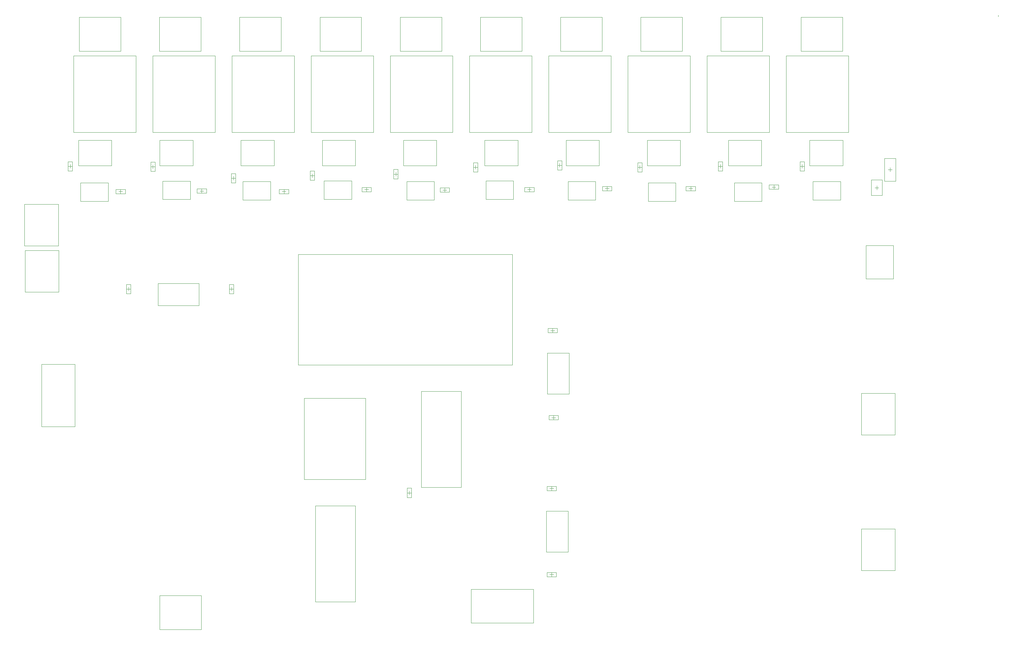
<source format=gbr>
%TF.GenerationSoftware,Altium Limited,Altium Designer,22.1.2 (22)*%
G04 Layer_Color=32768*
%FSLAX45Y45*%
%MOMM*%
%TF.SameCoordinates,97720CCC-B93B-4F85-99AC-C394CD96EF65*%
%TF.FilePolarity,Positive*%
%TF.FileFunction,Other,Mechanical_15*%
%TF.Part,Single*%
G01*
G75*
%TA.AperFunction,NonConductor*%
%ADD80C,0.25400*%
%ADD92C,0.10000*%
%ADD93C,0.05000*%
D80*
X9611999Y6157599D02*
X9612000D01*
X9611999D02*
Y6160100D01*
D92*
X6692600Y2499800D02*
X6972600D01*
X6692600Y1919800D02*
X6972600D01*
Y2499800D01*
X6692600Y1919800D02*
Y2499800D01*
X6832600Y2159800D02*
Y2259800D01*
X6782600Y2209800D02*
X6882600D01*
X-10118600Y-850900D02*
X-10023600D01*
X-10071100Y-898400D02*
Y-803400D01*
X-10126100Y-970900D02*
Y-730900D01*
X-10016100Y-970900D02*
Y-730900D01*
X-10126100Y-970900D02*
X-10016100D01*
X-10126100Y-730900D02*
X-10016100D01*
X-5559300Y-6082100D02*
X-5464300D01*
X-5511800Y-6129600D02*
Y-6034600D01*
X-5456800Y-6202100D02*
Y-5962100D01*
X-5566800Y-6202100D02*
Y-5962100D01*
X-5456800D01*
X-5566800Y-6202100D02*
X-5456800D01*
X-1854200Y-6016500D02*
Y-5921500D01*
X-1901700Y-5969000D02*
X-1806700D01*
X-1974200Y-6024000D02*
X-1734200D01*
X-1974200Y-5914000D02*
X-1734200D01*
Y-6024000D02*
Y-5914000D01*
X-1974200Y-6024000D02*
Y-5914000D01*
X-1854200Y-8226300D02*
Y-8131300D01*
X-1901700Y-8178800D02*
X-1806700D01*
X-1974200Y-8233800D02*
X-1734200D01*
X-1974200Y-8123800D02*
X-1734200D01*
Y-8233800D02*
Y-8123800D01*
X-1974200Y-8233800D02*
Y-8123800D01*
X-1803400Y-4200400D02*
Y-4105400D01*
X-1850900Y-4152900D02*
X-1755900D01*
X-1923400Y-4207900D02*
X-1683400D01*
X-1923400Y-4097900D02*
X-1683400D01*
Y-4207900D02*
Y-4097900D01*
X-1923400Y-4207900D02*
Y-4097900D01*
X-1828800Y-1965200D02*
Y-1870200D01*
X-1876300Y-1917700D02*
X-1781300D01*
X-1948800Y-1972700D02*
X-1708800D01*
X-1948800Y-1862700D02*
X-1708800D01*
Y-1972700D02*
Y-1862700D01*
X-1948800Y-1972700D02*
Y-1862700D01*
X-8048500Y2057400D02*
X-7953500D01*
X-8001000Y2009900D02*
Y2104900D01*
X-8056000Y1937400D02*
Y2177400D01*
X-7946000Y1937400D02*
Y2177400D01*
X-8056000Y1937400D02*
X-7946000D01*
X-8056000Y2177400D02*
X-7946000D01*
X-14258800Y2298700D02*
X-14163800D01*
X-14211301Y2251200D02*
Y2346200D01*
X-14266299Y2178700D02*
Y2418700D01*
X-14156300Y2178700D02*
Y2418700D01*
X-14266299Y2178700D02*
X-14156300D01*
X-14266299Y2418700D02*
X-14156300D01*
X-10067800Y1993900D02*
X-9972800D01*
X-10020300Y1946400D02*
Y2041400D01*
X-10075300Y1873900D02*
Y2113900D01*
X-9965300Y1873900D02*
Y2113900D01*
X-10075300Y1873900D02*
X-9965300D01*
X-10075300Y2113900D02*
X-9965300D01*
X-12137900Y2286000D02*
X-12042900D01*
X-12090400Y2238500D02*
Y2333500D01*
X-12145400Y2166000D02*
Y2406000D01*
X-12035400Y2166000D02*
Y2406000D01*
X-12145400Y2166000D02*
X-12035400D01*
X-12145400Y2406000D02*
X-12035400D01*
X-12917101Y1603500D02*
Y1698500D01*
X-12964600Y1651000D02*
X-12869600D01*
X-13037100Y1706000D02*
X-12797100D01*
X-13037100Y1596000D02*
X-12797100D01*
X-13037100D02*
Y1706000D01*
X-12797100Y1596000D02*
Y1706000D01*
X-8724900Y1603500D02*
Y1698500D01*
X-8772400Y1651000D02*
X-8677400D01*
X-8844900Y1706000D02*
X-8604900D01*
X-8844900Y1596000D02*
X-8604900D01*
X-8844900D02*
Y1706000D01*
X-8604900Y1596000D02*
Y1706000D01*
X6439700Y1747900D02*
X6539700D01*
X6489700Y1697900D02*
Y1797900D01*
X6629700Y1547900D02*
Y1947900D01*
X6349700Y1547900D02*
Y1947900D01*
X6629700D01*
X6349700Y1547900D02*
X6629700D01*
X-2425700Y1654300D02*
Y1749300D01*
X-2473200Y1701800D02*
X-2378200D01*
X-2545700Y1756800D02*
X-2305700D01*
X-2545700Y1646800D02*
X-2305700D01*
X-2545700D02*
Y1756800D01*
X-2305700Y1646800D02*
Y1756800D01*
X-10834300Y1616200D02*
Y1711200D01*
X-10881800Y1663700D02*
X-10786800D01*
X-10954300Y1718700D02*
X-10714300D01*
X-10954300Y1608700D02*
X-10714300D01*
X-10954300D02*
Y1718700D01*
X-10714300Y1608700D02*
Y1718700D01*
X-431800Y1679700D02*
Y1774700D01*
X-479300Y1727200D02*
X-384300D01*
X-551800Y1782200D02*
X-311800D01*
X-551800Y1672200D02*
X-311800D01*
X-551800D02*
Y1782200D01*
X-311800Y1672200D02*
Y1782200D01*
X-4597400Y1641600D02*
Y1736600D01*
X-4644900Y1689100D02*
X-4549900D01*
X-4717400Y1744100D02*
X-4477400D01*
X-4717400Y1634100D02*
X-4477400D01*
X-4717400D02*
Y1744100D01*
X-4477400Y1634100D02*
Y1744100D01*
X-6604000Y1654300D02*
Y1749300D01*
X-6651500Y1701800D02*
X-6556500D01*
X-6724000Y1756800D02*
X-6484000D01*
X-6724000Y1646800D02*
X-6484000D01*
X-6724000D02*
Y1756800D01*
X-6484000Y1646800D02*
Y1756800D01*
X3848100Y1717800D02*
Y1812800D01*
X3800600Y1765300D02*
X3895600D01*
X3728100Y1820300D02*
X3968100D01*
X3728100Y1710300D02*
X3968100D01*
X3728100D02*
Y1820300D01*
X3968100Y1710300D02*
Y1820300D01*
X-1698500Y2324100D02*
X-1603500D01*
X-1651000Y2276600D02*
Y2371600D01*
X-1706000Y2204100D02*
Y2444100D01*
X-1596000Y2204100D02*
Y2444100D01*
X-1706000Y2204100D02*
X-1596000D01*
X-1706000Y2444100D02*
X-1596000D01*
X-3857500Y2273300D02*
X-3762500D01*
X-3810000Y2225800D02*
Y2320800D01*
X-3865000Y2153300D02*
Y2393300D01*
X-3755000Y2153300D02*
Y2393300D01*
X-3865000Y2153300D02*
X-3755000D01*
X-3865000Y2393300D02*
X-3755000D01*
X-5902200Y2096700D02*
X-5807200D01*
X-5854700Y2049200D02*
Y2144200D01*
X-5909700Y1976700D02*
Y2216700D01*
X-5799700Y1976700D02*
Y2216700D01*
X-5909700Y1976700D02*
X-5799700D01*
X-5909700Y2216700D02*
X-5799700D01*
X-12760200Y-850900D02*
X-12665200D01*
X-12712700Y-898400D02*
Y-803400D01*
X-12767700Y-970900D02*
Y-730900D01*
X-12657700Y-970900D02*
Y-730900D01*
X-12767700Y-970900D02*
X-12657700D01*
X-12767700Y-730900D02*
X-12657700D01*
X358900Y2273300D02*
X453900D01*
X406400Y2225800D02*
Y2320800D01*
X351400Y2153300D02*
Y2393300D01*
X461400Y2153300D02*
Y2393300D01*
X351400Y2153300D02*
X461400D01*
X351400Y2393300D02*
X461400D01*
X4524500Y2298700D02*
X4619500D01*
X4572000Y2251200D02*
Y2346200D01*
X4517000Y2178700D02*
Y2418700D01*
X4627000Y2178700D02*
Y2418700D01*
X4517000Y2178700D02*
X4627000D01*
X4517000Y2418700D02*
X4627000D01*
X1834500Y1672200D02*
Y1782200D01*
X1594500Y1672200D02*
Y1782200D01*
Y1672200D02*
X1834500D01*
X1594500Y1782200D02*
X1834500D01*
X1667000Y1727200D02*
X1762000D01*
X1714500Y1679700D02*
Y1774700D01*
X2421500Y2418700D02*
X2531500D01*
X2421500Y2178700D02*
X2531500D01*
Y2418700D01*
X2421500Y2178700D02*
Y2418700D01*
X2476500Y2251200D02*
Y2346200D01*
X2429000Y2298700D02*
X2524000D01*
D93*
X5765700Y3172900D02*
Y5132900D01*
X4165700D02*
X5765700D01*
X4165700Y3172900D02*
Y5132900D01*
Y3172900D02*
X5765700D01*
X-7740966Y2966600D02*
X-6890966D01*
Y2316600D02*
Y2966600D01*
X-7740966Y2316600D02*
X-6890966D01*
X-7740966D02*
Y2966600D01*
X-2362300Y3172900D02*
Y5132900D01*
X-3962300D02*
X-2362300D01*
X-3962300Y3172900D02*
Y5132900D01*
Y3172900D02*
X-2362300D01*
X-4394300D02*
Y5132900D01*
X-5994300D02*
X-4394300D01*
X-5994300Y3172900D02*
Y5132900D01*
Y3172900D02*
X-4394300D01*
X-12090300D02*
X-10490300D01*
X-12090300D02*
Y5132900D01*
X-10490300D01*
Y3172900D02*
Y5132900D01*
X-6629800Y-5740000D02*
Y-3658000D01*
X-8203800D02*
X-6629800D01*
X-8203800Y-5740000D02*
Y-3658000D01*
Y-5740000D02*
X-6629800D01*
X6215900Y-594100D02*
Y263900D01*
X6915900D01*
Y-594100D02*
Y263900D01*
X6215900Y-594100D02*
X6915900D01*
X4546999Y5254600D02*
X5612999D01*
X4546999D02*
Y6124600D01*
X5612999D01*
Y5254600D02*
Y6124600D01*
X2488817Y5254600D02*
X3554817D01*
X2488817D02*
Y6124600D01*
X3554817D01*
Y5254600D02*
Y6124600D01*
X1496635Y5254600D02*
Y6124600D01*
X430635D02*
X1496635D01*
X430635Y5254600D02*
Y6124600D01*
Y5254600D02*
X1496635D01*
X-10903400Y-1272090D02*
Y-712090D01*
X-11953400D02*
X-10903400D01*
X-11953400Y-1272090D02*
Y-712090D01*
Y-1272090D02*
X-10903400D01*
X-5196300Y-5944700D02*
X-4176300D01*
X-5196300D02*
Y-3478700D01*
X-4176300D01*
Y-5944700D02*
Y-3478700D01*
X-14500200Y-926700D02*
Y139300D01*
X-15370200Y-926700D02*
X-14500200D01*
X-15370200D02*
Y139300D01*
X-14500200D01*
X-11912200Y-9591700D02*
Y-8721700D01*
Y-9591700D02*
X-10846200D01*
Y-8721700D01*
X-11912200D02*
X-10846200D01*
X-14948000Y-4386800D02*
Y-2786800D01*
X-14088000D01*
Y-4386800D02*
Y-2786800D01*
X-14948000Y-4386800D02*
X-14088000D01*
X-13976640Y5254600D02*
X-12910640D01*
X-13976640D02*
Y6124600D01*
X-12910640D01*
Y5254600D02*
Y6124600D01*
X-11918457Y5254600D02*
X-10852458D01*
X-11918457D02*
Y6124600D01*
X-10852458D01*
Y5254600D02*
Y6124600D01*
X-9860275Y5254600D02*
X-8794276D01*
X-9860275D02*
Y6124600D01*
X-8794276D01*
Y5254600D02*
Y6124600D01*
X-6736093Y5254600D02*
Y6124600D01*
X-7802093D02*
X-6736093D01*
X-7802093Y5254600D02*
Y6124600D01*
Y5254600D02*
X-6736093D01*
X-5743911D02*
X-4677911D01*
X-5743911D02*
Y6124600D01*
X-4677911D01*
Y5254600D02*
Y6124600D01*
X-3685729Y5254600D02*
X-2619729D01*
X-3685729D02*
Y6124600D01*
X-2619729D01*
Y5254600D02*
Y6124600D01*
X-1627547Y5254600D02*
X-561547D01*
X-1627547D02*
Y6124600D01*
X-561547D01*
Y5254600D02*
Y6124600D01*
X2684255Y2316600D02*
Y2966600D01*
Y2316600D02*
X3534255D01*
Y2966600D01*
X2684255D02*
X3534255D01*
X2133700Y3172900D02*
X3733700D01*
X2133700D02*
Y5132900D01*
X3733700D01*
Y3172900D02*
Y5132900D01*
X599211Y2316600D02*
Y2966600D01*
Y2316600D02*
X1449210D01*
Y2966600D01*
X599211D02*
X1449210D01*
X-1485833Y2316600D02*
Y2966600D01*
Y2316600D02*
X-635834D01*
Y2966600D01*
X-1485833D02*
X-635834D01*
X-3570878D02*
X-2720878D01*
Y2316600D02*
Y2966600D01*
X-3570878Y2316600D02*
X-2720878D01*
X-3570878D02*
Y2966600D01*
X-5655922D02*
X-4805922D01*
Y2316600D02*
Y2966600D01*
X-5655922Y2316600D02*
X-4805922D01*
X-5655922D02*
Y2966600D01*
X-9826010Y2316600D02*
Y2966600D01*
Y2316600D02*
X-8976010D01*
Y2966600D01*
X-9826010D02*
X-8976010D01*
X-11911054D02*
X-11061054D01*
Y2316600D02*
Y2966600D01*
X-11911054Y2316600D02*
X-11061054D01*
X-11911054D02*
Y2966600D01*
X-13996098Y2316600D02*
Y2966600D01*
Y2316600D02*
X-13146098D01*
Y2966600D01*
X-13996098D02*
X-13146098D01*
X-3542700Y1447900D02*
Y1920900D01*
Y1447900D02*
X-2832700D01*
Y1920900D01*
X-3542700D02*
X-2832700D01*
X-13944000Y1397100D02*
Y1870100D01*
Y1397100D02*
X-13234000D01*
Y1870100D01*
X-13944000D02*
X-13234000D01*
X-11835800Y1446925D02*
Y1919925D01*
Y1446925D02*
X-11125800D01*
Y1919925D01*
X-11835800D02*
X-11125800D01*
X-9778400Y1435200D02*
Y1908200D01*
Y1435200D02*
X-9068400D01*
Y1908200D01*
X-9778400D02*
X-9068400D01*
X-7695600Y1447900D02*
Y1920900D01*
Y1447900D02*
X-6985600D01*
Y1920900D01*
X-7695600D02*
X-6985600D01*
X-1434500Y1435200D02*
Y1908200D01*
Y1435200D02*
X-724500D01*
Y1908200D01*
X-1434500D02*
X-724500D01*
X4852000Y1435200D02*
Y1908200D01*
Y1435200D02*
X5562000D01*
Y1908200D01*
X4852000D02*
X5562000D01*
X-5574700Y1435200D02*
Y1908200D01*
Y1435200D02*
X-4864700D01*
Y1908200D01*
X-5574700D02*
X-4864700D01*
X622900Y1397100D02*
Y1870100D01*
Y1397100D02*
X1332900D01*
Y1870100D01*
X622900D02*
X1332900D01*
X2832700Y1397100D02*
Y1870100D01*
Y1397100D02*
X3542700D01*
Y1870100D01*
X2832700D02*
X3542700D01*
X4769299Y2966600D02*
X5619299D01*
Y2316600D02*
Y2966600D01*
X4769299Y2316600D02*
X5619299D01*
X4769299D02*
Y2966600D01*
X-2324200Y-9419600D02*
Y-8559600D01*
X-3924200D02*
X-2324200D01*
X-3924200Y-9419600D02*
Y-8559600D01*
Y-9419600D02*
X-2324200D01*
X-1930300Y3172900D02*
X-330300D01*
X-1930300D02*
Y5132900D01*
X-330300D01*
Y3172900D02*
Y5132900D01*
X101700Y3172900D02*
X1701700D01*
X101700D02*
Y5132900D01*
X1701700D01*
Y3172900D02*
Y5132900D01*
X-12522300Y3172900D02*
Y5132900D01*
X-14122301D02*
X-12522300D01*
X-14122301Y3172900D02*
Y5132900D01*
Y3172900D02*
X-12522300D01*
X-10058300D02*
X-8458300D01*
X-10058300D02*
Y5132900D01*
X-8458300D01*
Y3172900D02*
Y5132900D01*
X-8026300Y3172900D02*
X-6426300D01*
X-8026300D02*
Y5132900D01*
X-6426300D01*
Y3172900D02*
Y5132900D01*
X-6894100Y-8878400D02*
Y-6412400D01*
X-7914100D02*
X-6894100D01*
X-7914100Y-8878400D02*
Y-6412400D01*
Y-8878400D02*
X-6894100D01*
X6092800Y-8076800D02*
Y-7010800D01*
X6962800D01*
Y-8076800D02*
Y-7010800D01*
X6092800Y-8076800D02*
X6962800D01*
X-14512900Y254400D02*
Y1320400D01*
X-15382899Y254400D02*
X-14512900D01*
X-15382899D02*
Y1320400D01*
X-14512900D01*
X6092800Y-4597000D02*
Y-3531000D01*
X6962800D01*
Y-4597000D02*
Y-3531000D01*
X6092800Y-4597000D02*
X6962800D01*
X-8353400Y-2804300D02*
Y35700D01*
X-2863400D01*
Y-2804300D02*
Y35700D01*
X-8353400Y-2804300D02*
X-2863400D01*
X-1433010Y-7600500D02*
Y-6550500D01*
X-1993010Y-7600500D02*
X-1433010D01*
X-1993010D02*
Y-6550500D01*
X-1433010D01*
X-1407610Y-3549200D02*
Y-2499200D01*
X-1967610Y-3549200D02*
X-1407610D01*
X-1967610D02*
Y-2499200D01*
X-1407610D01*
%TF.MD5,672d43c7bc394295408d1cc25ee4cf14*%
M02*

</source>
